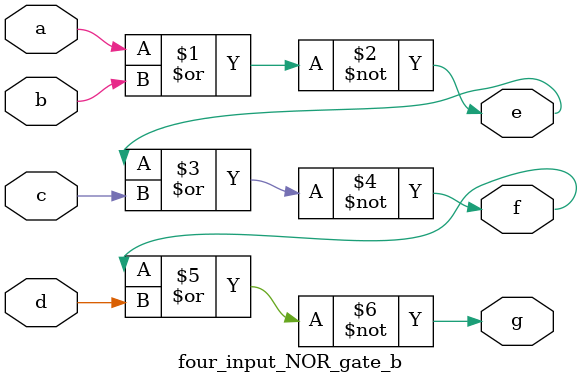
<source format=v>
`timescale 1ns / 1ps

module four_input_NOR_gate_b(
    input a, b, c, d,
    output e, f, g
    );
    
    assign e = ~(a | b);
    assign f = ~(e | c);
    assign g = ~(f | d);
        
endmodule
</source>
